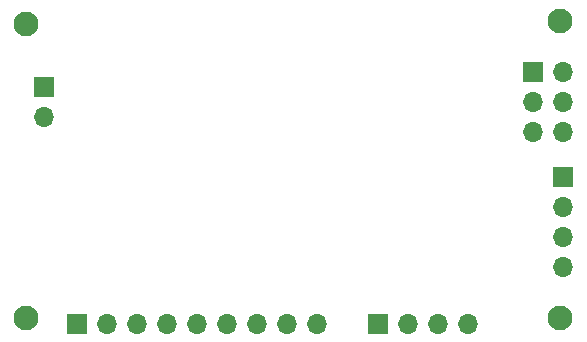
<source format=gbr>
%TF.GenerationSoftware,KiCad,Pcbnew,8.0.6*%
%TF.CreationDate,2025-03-25T13:24:27+01:00*%
%TF.ProjectId,MCU Datalogger,4d435520-4461-4746-916c-6f676765722e,1*%
%TF.SameCoordinates,Original*%
%TF.FileFunction,Soldermask,Bot*%
%TF.FilePolarity,Negative*%
%FSLAX46Y46*%
G04 Gerber Fmt 4.6, Leading zero omitted, Abs format (unit mm)*
G04 Created by KiCad (PCBNEW 8.0.6) date 2025-03-25 13:24:27*
%MOMM*%
%LPD*%
G01*
G04 APERTURE LIST*
%ADD10R,1.700000X1.700000*%
%ADD11O,1.700000X1.700000*%
%ADD12C,2.100000*%
G04 APERTURE END LIST*
D10*
%TO.C,J4*%
X149606000Y-128524000D03*
D11*
X152146000Y-128524000D03*
X149606000Y-131064000D03*
X152146000Y-131064000D03*
X149606000Y-133604000D03*
X152146000Y-133604000D03*
%TD*%
D10*
%TO.C,J3*%
X110998000Y-149860000D03*
D11*
X113538000Y-149860000D03*
X116078000Y-149860000D03*
X118618000Y-149860000D03*
X121158000Y-149860000D03*
X123698000Y-149860000D03*
X126238000Y-149860000D03*
X128778000Y-149860000D03*
X131318000Y-149860000D03*
%TD*%
D10*
%TO.C,J1*%
X152146000Y-137414000D03*
D11*
X152146000Y-139954000D03*
X152146000Y-142494000D03*
X152146000Y-145034000D03*
%TD*%
D12*
%TO.C,H4*%
X151892000Y-149352000D03*
%TD*%
%TO.C,H3*%
X106680000Y-124460000D03*
%TD*%
%TO.C,H2*%
X106680000Y-149352000D03*
%TD*%
%TO.C,H1*%
X151892000Y-124206000D03*
%TD*%
D10*
%TO.C,BT1+-*%
X108204000Y-129789000D03*
D11*
X108204000Y-132329000D03*
%TD*%
D10*
%TO.C,J2*%
X136408000Y-149860000D03*
D11*
X138948000Y-149860000D03*
X141488000Y-149860000D03*
X144028000Y-149860000D03*
%TD*%
M02*

</source>
